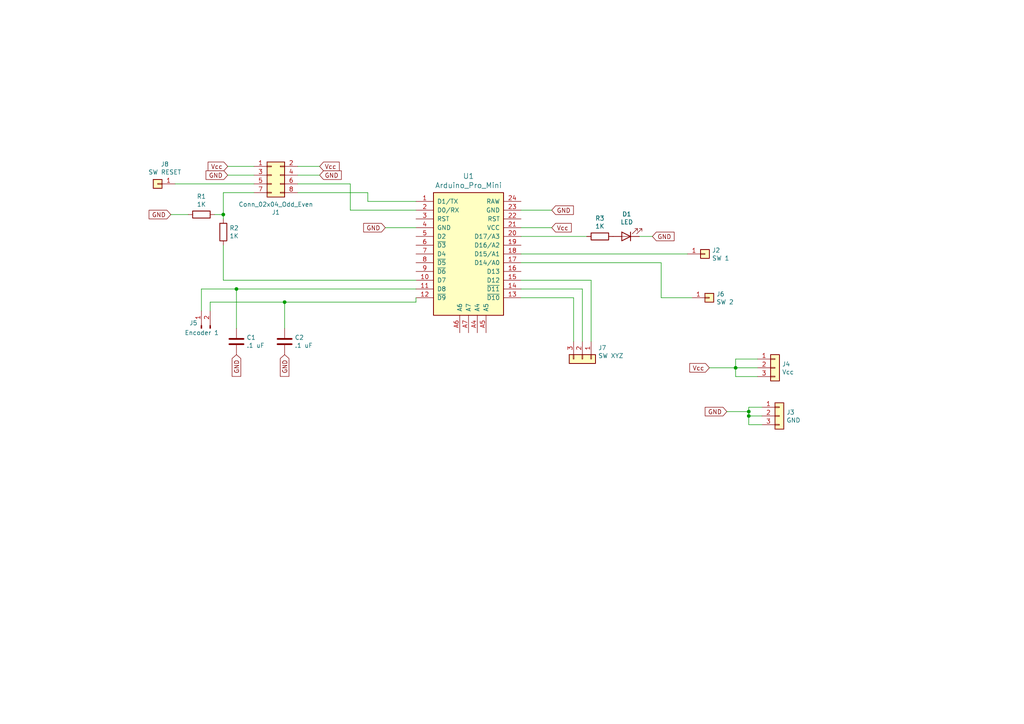
<source format=kicad_sch>
(kicad_sch (version 20211123) (generator eeschema)
  (paper "A4")
  (lib_symbols
    (symbol "3018Pendant-rescue:Arduino_Pro_Mini-Arduino" (pin_names (offset 1.016))
      (property "Reference" "U" (at -10.16 21.59 0))
      (property "Value" "Arduino_Pro_Mini-Arduino" (at 0 19.05 0))
      (symbol "Arduino_Pro_Mini-Arduino_0_1"
        (rectangle (start -10.16 17.78) (end 10.16 -17.78) (stroke (width 0.254)) (fill (type background)))
      )
      (symbol "Arduino_Pro_Mini-Arduino_1_1"
        (pin bidirectional line (at -15.24 15.24 0) (length 5.08) (name "D1/TX") (number "1"))
        (pin bidirectional line (at -15.24 -7.62 0) (length 5.08) (name "D7") (number "10"))
        (pin bidirectional line (at -15.24 -10.16 0) (length 5.08) (name "D8") (number "11"))
        (pin bidirectional line (at -15.24 -12.7 0) (length 5.08) (name "~{D9}") (number "12"))
        (pin bidirectional line (at 15.24 -12.7 180) (length 5.08) (name "~{D10}") (number "13"))
        (pin bidirectional line (at 15.24 -10.16 180) (length 5.08) (name "~{D11}") (number "14"))
        (pin bidirectional line (at 15.24 -7.62 180) (length 5.08) (name "D12") (number "15"))
        (pin bidirectional line (at 15.24 -5.08 180) (length 5.08) (name "D13") (number "16"))
        (pin bidirectional line (at 15.24 -2.54 180) (length 5.08) (name "D14/A0") (number "17"))
        (pin bidirectional line (at 15.24 0 180) (length 5.08) (name "D15/A1") (number "18"))
        (pin bidirectional line (at 15.24 2.54 180) (length 5.08) (name "D16/A2") (number "19"))
        (pin bidirectional line (at -15.24 12.7 0) (length 5.08) (name "D0/RX") (number "2"))
        (pin bidirectional line (at 15.24 5.08 180) (length 5.08) (name "D17/A3") (number "20"))
        (pin power_in line (at 15.24 7.62 180) (length 5.08) (name "VCC") (number "21"))
        (pin input line (at 15.24 10.16 180) (length 5.08) (name "RST") (number "22"))
        (pin power_in line (at 15.24 12.7 180) (length 5.08) (name "GND") (number "23"))
        (pin power_out line (at 15.24 15.24 180) (length 5.08) (name "RAW") (number "24"))
        (pin input line (at -15.24 10.16 0) (length 5.08) (name "RST") (number "3"))
        (pin power_in line (at -15.24 7.62 0) (length 5.08) (name "GND") (number "4"))
        (pin bidirectional line (at -15.24 5.08 0) (length 5.08) (name "D2") (number "5"))
        (pin bidirectional line (at -15.24 2.54 0) (length 5.08) (name "~{D3}") (number "6"))
        (pin bidirectional line (at -15.24 0 0) (length 5.08) (name "D4") (number "7"))
        (pin bidirectional line (at -15.24 -2.54 0) (length 5.08) (name "~{D5}") (number "8"))
        (pin bidirectional line (at -15.24 -5.08 0) (length 5.08) (name "~{D6}") (number "9"))
        (pin bidirectional line (at 2.54 -22.86 90) (length 5.08) (name "A4") (number "A4"))
        (pin bidirectional line (at 5.08 -22.86 90) (length 5.08) (name "A5") (number "A5"))
        (pin bidirectional line (at -2.54 -22.86 90) (length 5.08) (name "A6") (number "A6"))
        (pin bidirectional line (at 0 -22.86 90) (length 5.08) (name "A7") (number "A7"))
      )
    )
    (symbol "Connector:Conn_01x02_Male" (pin_names (offset 1.016) hide)
      (property "Reference" "J" (at 0 2.54 0))
      (property "Value" "Conn_01x02_Male" (at 0 -5.08 0))
      (symbol "Conn_01x02_Male_1_1"
        (polyline (pts (xy 1.27 -2.54) (xy 0.8636 -2.54)) (stroke (width 0.1524)))
        (polyline (pts (xy 1.27 0) (xy 0.8636 0)) (stroke (width 0.1524)))
        (rectangle (start 0.8636 -2.413) (end 0 -2.667) (stroke (width 0.1524)) (fill (type outline)))
        (rectangle (start 0.8636 0.127) (end 0 -0.127) (stroke (width 0.1524)) (fill (type outline)))
        (pin passive line (at 5.08 0 180) (length 3.81) (name "Pin_1") (number "1"))
        (pin passive line (at 5.08 -2.54 180) (length 3.81) (name "Pin_2") (number "2"))
      )
    )
    (symbol "Connector_Generic:Conn_01x01" (pin_names (offset 1.016) hide)
      (property "Reference" "J" (at 0 2.54 0))
      (property "Value" "Conn_01x01" (at 0 -2.54 0))
      (symbol "Conn_01x01_1_1"
        (rectangle (start -1.27 0.127) (end 0 -0.127) (stroke (width 0.1524)))
        (rectangle (start -1.27 1.27) (end 1.27 -1.27) (stroke (width 0.254)) (fill (type background)))
        (pin passive line (at -5.08 0 0) (length 3.81) (name "Pin_1") (number "1"))
      )
    )
    (symbol "Connector_Generic:Conn_01x03" (pin_names (offset 1.016) hide)
      (property "Reference" "J" (at 0 5.08 0))
      (property "Value" "Conn_01x03" (at 0 -5.08 0))
      (symbol "Conn_01x03_1_1"
        (rectangle (start -1.27 -2.413) (end 0 -2.667) (stroke (width 0.1524)))
        (rectangle (start -1.27 0.127) (end 0 -0.127) (stroke (width 0.1524)))
        (rectangle (start -1.27 2.667) (end 0 2.413) (stroke (width 0.1524)))
        (rectangle (start -1.27 3.81) (end 1.27 -3.81) (stroke (width 0.254)) (fill (type background)))
        (pin passive line (at -5.08 2.54 0) (length 3.81) (name "Pin_1") (number "1"))
        (pin passive line (at -5.08 0 0) (length 3.81) (name "Pin_2") (number "2"))
        (pin passive line (at -5.08 -2.54 0) (length 3.81) (name "Pin_3") (number "3"))
      )
    )
    (symbol "Connector_Generic:Conn_02x04_Odd_Even" (pin_names (offset 1.016) hide)
      (property "Reference" "J" (at 1.27 5.08 0))
      (property "Value" "Conn_02x04_Odd_Even" (at 1.27 -7.62 0))
      (symbol "Conn_02x04_Odd_Even_1_1"
        (rectangle (start -1.27 -4.953) (end 0 -5.207) (stroke (width 0.1524)))
        (rectangle (start -1.27 -2.413) (end 0 -2.667) (stroke (width 0.1524)))
        (rectangle (start -1.27 0.127) (end 0 -0.127) (stroke (width 0.1524)))
        (rectangle (start -1.27 2.667) (end 0 2.413) (stroke (width 0.1524)))
        (rectangle (start -1.27 3.81) (end 3.81 -6.35) (stroke (width 0.254)) (fill (type background)))
        (rectangle (start 3.81 -4.953) (end 2.54 -5.207) (stroke (width 0.1524)))
        (rectangle (start 3.81 -2.413) (end 2.54 -2.667) (stroke (width 0.1524)))
        (rectangle (start 3.81 0.127) (end 2.54 -0.127) (stroke (width 0.1524)))
        (rectangle (start 3.81 2.667) (end 2.54 2.413) (stroke (width 0.1524)))
        (pin passive line (at -5.08 2.54 0) (length 3.81) (name "Pin_1") (number "1"))
        (pin passive line (at 7.62 2.54 180) (length 3.81) (name "Pin_2") (number "2"))
        (pin passive line (at -5.08 0 0) (length 3.81) (name "Pin_3") (number "3"))
        (pin passive line (at 7.62 0 180) (length 3.81) (name "Pin_4") (number "4"))
        (pin passive line (at -5.08 -2.54 0) (length 3.81) (name "Pin_5") (number "5"))
        (pin passive line (at 7.62 -2.54 180) (length 3.81) (name "Pin_6") (number "6"))
        (pin passive line (at -5.08 -5.08 0) (length 3.81) (name "Pin_7") (number "7"))
        (pin passive line (at 7.62 -5.08 180) (length 3.81) (name "Pin_8") (number "8"))
      )
    )
    (symbol "Device:C" (pin_numbers hide) (pin_names (offset 0.254))
      (property "Reference" "C" (at 0.635 2.54 0))
      (property "Value" "C" (at 0.635 -2.54 0))
      (symbol "C_0_1"
        (polyline (pts (xy -2.032 -0.762) (xy 2.032 -0.762)) (stroke (width 0.508)))
        (polyline (pts (xy -2.032 0.762) (xy 2.032 0.762)) (stroke (width 0.508)))
      )
      (symbol "C_1_1"
        (pin passive line (at 0 3.81 270) (length 2.794) (name "~") (number "1"))
        (pin passive line (at 0 -3.81 90) (length 2.794) (name "~") (number "2"))
      )
    )
    (symbol "Device:LED" (pin_numbers hide) (pin_names (offset 1.016) hide)
      (property "Reference" "D" (at 0 2.54 0))
      (property "Value" "LED" (at 0 -2.54 0))
      (symbol "LED_0_1"
        (polyline (pts (xy -1.27 -1.27) (xy -1.27 1.27)) (stroke (width 0.254)))
        (polyline (pts (xy -1.27 0) (xy 1.27 0)))
        (polyline (pts (xy 1.27 -1.27) (xy 1.27 1.27) (xy -1.27 0) (xy 1.27 -1.27)) (stroke (width 0.254)))
        (polyline (pts (xy -3.048 -0.762) (xy -4.572 -2.286) (xy -3.81 -2.286) (xy -4.572 -2.286) (xy -4.572 -1.524)))
        (polyline (pts (xy -1.778 -0.762) (xy -3.302 -2.286) (xy -2.54 -2.286) (xy -3.302 -2.286) (xy -3.302 -1.524)))
      )
      (symbol "LED_1_1"
        (pin passive line (at -3.81 0 0) (length 2.54) (name "K") (number "1"))
        (pin passive line (at 3.81 0 180) (length 2.54) (name "A") (number "2"))
      )
    )
    (symbol "Device:R" (pin_numbers hide) (pin_names (offset 0))
      (property "Reference" "R" (at 2.032 0 90))
      (property "Value" "R" (at 0 0 90))
      (symbol "R_0_1"
        (rectangle (start -1.016 -2.54) (end 1.016 2.54) (stroke (width 0.254)))
      )
      (symbol "R_1_1"
        (pin passive line (at 0 3.81 270) (length 1.27) (name "~") (number "1"))
        (pin passive line (at 0 -3.81 90) (length 1.27) (name "~") (number "2"))
      )
    )
  )
  (junction (at 213.36 106.68))
  (junction (at 68.58 83.82))
  (junction (at 217.17 120.65))
  (junction (at 217.17 119.38))
  (junction (at 82.55 87.63))
  (junction (at 64.77 62.23))
  (wire (pts (xy 210.82 119.38) (xy 217.17 119.38)))
  (wire (pts (xy 54.61 62.23) (xy 49.53 62.23)))
  (wire (pts (xy 73.66 55.88) (xy 64.77 55.88)))
  (wire (pts (xy 171.45 99.06) (xy 171.45 81.28)))
  (wire (pts (xy 73.66 48.26) (xy 66.04 48.26)))
  (wire (pts (xy 185.42 68.58) (xy 189.23 68.58)))
  (wire (pts (xy 171.45 81.28) (xy 151.13 81.28)))
  (wire (pts (xy 151.13 60.96) (xy 160.02 60.96)))
  (wire (pts (xy 166.37 99.06) (xy 166.37 86.36)))
  (wire (pts (xy 64.77 71.12) (xy 64.77 81.28)))
  (wire (pts (xy 106.68 55.88) (xy 106.68 58.42)))
  (wire (pts (xy 166.37 86.36) (xy 151.13 86.36)))
  (wire (pts (xy 86.36 48.26) (xy 92.71 48.26)))
  (wire (pts (xy 50.8 53.34) (xy 73.66 53.34)))
  (wire (pts (xy 220.98 123.19) (xy 217.17 123.19)))
  (wire (pts (xy 111.76 66.04) (xy 120.65 66.04)))
  (wire (pts (xy 58.42 83.82) (xy 68.58 83.82)))
  (wire (pts (xy 213.36 106.68) (xy 219.71 106.68)))
  (wire (pts (xy 86.36 50.8) (xy 92.71 50.8)))
  (wire (pts (xy 86.36 53.34) (xy 101.6 53.34)))
  (wire (pts (xy 219.71 104.14) (xy 213.36 104.14)))
  (wire (pts (xy 106.68 58.42) (xy 120.65 58.42)))
  (wire (pts (xy 62.23 62.23) (xy 64.77 62.23)))
  (wire (pts (xy 68.58 83.82) (xy 120.65 83.82)))
  (wire (pts (xy 191.77 76.2) (xy 151.13 76.2)))
  (wire (pts (xy 60.96 87.63) (xy 82.55 87.63)))
  (wire (pts (xy 101.6 60.96) (xy 120.65 60.96)))
  (wire (pts (xy 151.13 68.58) (xy 170.18 68.58)))
  (wire (pts (xy 199.39 73.66) (xy 151.13 73.66)))
  (wire (pts (xy 220.98 120.65) (xy 217.17 120.65)))
  (wire (pts (xy 213.36 109.22) (xy 213.36 106.68)))
  (wire (pts (xy 217.17 123.19) (xy 217.17 120.65)))
  (wire (pts (xy 200.66 86.36) (xy 191.77 86.36)))
  (wire (pts (xy 68.58 95.25) (xy 68.58 83.82)))
  (wire (pts (xy 82.55 87.63) (xy 120.65 87.63)))
  (wire (pts (xy 64.77 55.88) (xy 64.77 62.23)))
  (wire (pts (xy 73.66 50.8) (xy 66.04 50.8)))
  (wire (pts (xy 64.77 81.28) (xy 120.65 81.28)))
  (wire (pts (xy 60.96 87.63) (xy 60.96 90.17)))
  (wire (pts (xy 58.42 83.82) (xy 58.42 90.17)))
  (wire (pts (xy 168.91 99.06) (xy 168.91 83.82)))
  (wire (pts (xy 191.77 86.36) (xy 191.77 76.2)))
  (wire (pts (xy 213.36 104.14) (xy 213.36 106.68)))
  (wire (pts (xy 217.17 119.38) (xy 217.17 118.11)))
  (wire (pts (xy 120.65 87.63) (xy 120.65 86.36)))
  (wire (pts (xy 168.91 83.82) (xy 151.13 83.82)))
  (wire (pts (xy 217.17 120.65) (xy 217.17 119.38)))
  (wire (pts (xy 217.17 118.11) (xy 220.98 118.11)))
  (wire (pts (xy 86.36 55.88) (xy 106.68 55.88)))
  (wire (pts (xy 151.13 66.04) (xy 160.02 66.04)))
  (wire (pts (xy 64.77 62.23) (xy 64.77 63.5)))
  (wire (pts (xy 205.74 106.68) (xy 213.36 106.68)))
  (wire (pts (xy 219.71 109.22) (xy 213.36 109.22)))
  (wire (pts (xy 82.55 87.63) (xy 82.55 95.25)))
  (wire (pts (xy 101.6 53.34) (xy 101.6 60.96)))
  (global_label "Vcc" (shape input) (at 205.74 106.68 180) (property "Intersheet References" "${INTERSHEET_REFS}" (effects hide)))
  (global_label "GND" (shape input) (at 111.76 66.04 180) (property "Intersheet References" "${INTERSHEET_REFS}" (effects hide)))
  (global_label "GND" (shape input) (at 189.23 68.58 0) (property "Intersheet References" "${INTERSHEET_REFS}" (effects hide)))
  (global_label "GND" (shape input) (at 210.82 119.38 180) (property "Intersheet References" "${INTERSHEET_REFS}" (effects hide)))
  (global_label "GND" (shape input) (at 160.02 60.96 0) (property "Intersheet References" "${INTERSHEET_REFS}" (effects hide)))
  (global_label "GND" (shape input) (at 66.04 50.8 180) (property "Intersheet References" "${INTERSHEET_REFS}" (effects hide)))
  (global_label "GND" (shape input) (at 68.58 102.87 270) (property "Intersheet References" "${INTERSHEET_REFS}" (effects hide)))
  (global_label "GND" (shape input) (at 92.71 50.8 0) (property "Intersheet References" "${INTERSHEET_REFS}" (effects hide)))
  (global_label "GND" (shape input) (at 82.55 102.87 270) (property "Intersheet References" "${INTERSHEET_REFS}" (effects hide)))
  (global_label "Vcc" (shape input) (at 160.02 66.04 0) (property "Intersheet References" "${INTERSHEET_REFS}" (effects hide)))
  (global_label "GND" (shape input) (at 49.53 62.23 180) (property "Intersheet References" "${INTERSHEET_REFS}" (effects hide)))
  (global_label "Vcc" (shape input) (at 92.71 48.26 0) (property "Intersheet References" "${INTERSHEET_REFS}" (effects hide)))
  (global_label "Vcc" (shape input) (at 66.04 48.26 180) (property "Intersheet References" "${INTERSHEET_REFS}" (effects hide)))
  (symbol (lib_id "3018Pendant-rescue:Arduino_Pro_Mini-Arduino") (at 135.89 73.66 0) (unit 1)
    (property "Reference" "U1" (at 135.89 51.0794 0) (effects (font (size 1.524 1.524))))
    (property "Value" "Arduino_Pro_Mini" (at 135.89 53.7718 0) (effects (font (size 1.524 1.524))))
    (property "Footprint" "Arduino:Arduino_Pro_Mini_copy" (effects hide))
    (property "Datasheet" "https://www.sparkfun.com/products/11113" (effects hide))
  )
  (symbol (lib_id "Connector_Generic:Conn_02x04_Odd_Even") (at 78.74 50.8 0) (unit 1)
    (property "Reference" "J1" (at 80.01 61.595 0))
    (property "Value" "Conn_02x04_Odd_Even" (at 80.01 59.2836 0))
    (property "Footprint" "Connector_IDC:IDC-Header_2x04_P2.54mm_Vertical" (effects hide))
  )
  (symbol (lib_id "Device:C") (at 82.55 99.06 0) (unit 1)
    (property "Reference" "C2" (at 85.471 97.8916 0) (effects (justify left)))
    (property "Value" ".1 uF" (at 85.471 100.203 0) (effects (justify left)))
    (property "Footprint" "Capacitor_THT:C_Axial_L3.8mm_D2.6mm_P7.50mm_Horizontal" (effects hide))
  )
  (symbol (lib_id "Device:C") (at 68.58 99.06 0) (unit 1)
    (property "Reference" "C1" (at 71.501 97.8916 0) (effects (justify left)))
    (property "Value" ".1 uF" (at 71.501 100.203 0) (effects (justify left)))
    (property "Footprint" "Capacitor_THT:C_Axial_L3.8mm_D2.6mm_P7.50mm_Horizontal" (effects hide))
  )
  (symbol (lib_id "Connector_Generic:Conn_01x03") (at 226.06 120.65 0) (unit 1)
    (property "Reference" "J3" (at 228.092 119.5832 0) (effects (justify left)))
    (property "Value" "GND" (at 228.092 121.8946 0) (effects (justify left)))
    (property "Footprint" "Connector_PinHeader_2.54mm:PinHeader_1x03_P2.54mm_Vertical" (effects hide))
  )
  (symbol (lib_id "Connector_Generic:Conn_01x03") (at 224.79 106.68 0) (unit 1)
    (property "Reference" "J4" (at 226.822 105.6132 0) (effects (justify left)))
    (property "Value" "Vcc" (at 226.822 107.9246 0) (effects (justify left)))
    (property "Footprint" "Connector_PinHeader_2.54mm:PinHeader_1x03_P2.54mm_Vertical" (effects hide))
  )
  (symbol (lib_id "Connector_Generic:Conn_01x01") (at 204.47 73.66 0) (unit 1)
    (property "Reference" "J2" (at 206.502 72.5932 0) (effects (justify left)))
    (property "Value" "SW 1" (at 206.502 74.9046 0) (effects (justify left)))
    (property "Footprint" "Connector_PinHeader_2.54mm:PinHeader_1x01_P2.54mm_Vertical" (effects hide))
  )
  (symbol (lib_id "Connector_Generic:Conn_01x01") (at 205.74 86.36 0) (unit 1)
    (property "Reference" "J6" (at 207.772 85.2932 0) (effects (justify left)))
    (property "Value" "SW 2" (at 207.772 87.6046 0) (effects (justify left)))
    (property "Footprint" "Connector_PinHeader_2.54mm:PinHeader_1x01_P2.54mm_Vertical" (effects hide))
  )
  (symbol (lib_id "Connector_Generic:Conn_01x03") (at 168.91 104.14 270) (unit 1)
    (property "Reference" "J7" (at 173.482 100.8888 90) (effects (justify left)))
    (property "Value" "SW XYZ" (at 173.482 103.2002 90) (effects (justify left)))
    (property "Footprint" "Connector_PinHeader_2.54mm:PinHeader_1x03_P2.54mm_Vertical" (effects hide))
  )
  (symbol (lib_id "Connector:Conn_01x02_Male") (at 58.42 95.25 90) (unit 1)
    (property "Reference" "J5" (at 57.3024 93.6752 90) (effects (justify left)))
    (property "Value" "Encoder 1" (at 63.5 96.52 90) (effects (justify left)))
    (property "Footprint" "Connector_PinHeader_2.54mm:PinHeader_1x02_P2.54mm_Vertical" (effects hide))
  )
  (symbol (lib_id "Device:LED") (at 181.61 68.58 180) (unit 1)
    (property "Reference" "D1" (at 181.7878 62.103 0))
    (property "Value" "LED" (at 181.7878 64.4144 0))
    (property "Footprint" "LED_THT:LED_D3.0mm_Clear" (effects hide))
  )
  (symbol (lib_id "Device:R") (at 173.99 68.58 270) (unit 1)
    (property "Reference" "R3" (at 173.99 63.3222 90))
    (property "Value" "1K" (at 173.99 65.6336 90))
    (property "Footprint" "Resistor_THT:R_Axial_DIN0204_L3.6mm_D1.6mm_P5.08mm_Horizontal" (effects hide))
  )
  (symbol (lib_id "Device:R") (at 64.77 67.31 0) (unit 1)
    (property "Reference" "R2" (at 66.548 66.1416 0) (effects (justify left)))
    (property "Value" "1K" (at 66.548 68.453 0) (effects (justify left)))
    (property "Footprint" "Resistor_THT:R_Axial_DIN0204_L3.6mm_D1.6mm_P5.08mm_Horizontal" (effects hide))
  )
  (symbol (lib_id "Device:R") (at 58.42 62.23 270) (unit 1)
    (property "Reference" "R1" (at 58.42 56.9722 90))
    (property "Value" "1K" (at 58.42 59.2836 90))
    (property "Footprint" "Resistor_THT:R_Axial_DIN0204_L3.6mm_D1.6mm_P5.08mm_Horizontal" (effects hide))
  )
  (symbol (lib_id "Connector_Generic:Conn_01x01") (at 45.72 53.34 180) (unit 1)
    (property "Reference" "J8" (at 47.8028 47.625 0))
    (property "Value" "SW RESET" (at 47.8028 49.9364 0))
    (property "Footprint" "Connector_PinHeader_2.54mm:PinHeader_1x01_P2.54mm_Vertical" (effects hide))
  )
)
</source>
